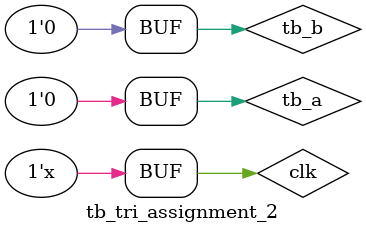
<source format=v>

`timescale 1 ns / 1 ns

module tb_tri_assignment_2();

reg clk;
reg tb_a;
reg tb_b;
wire tb_out_c;

initial 
	clk = 0;

initial begin
	tb_a = 0;
	#10
	tb_a = 1;
	#40
	tb_a = 0;
end

initial begin
	tb_b = 1;
	#30
	tb_b = 0;
end


tri_assignment_2 tb_tri_assignment_2_inst(
	.clk(clk),
	.ia(tb_a),
	.ib(tb_b),
	.oc(tb_out_c)
	);

always #5 clk = ~clk;

endmodule
</source>
